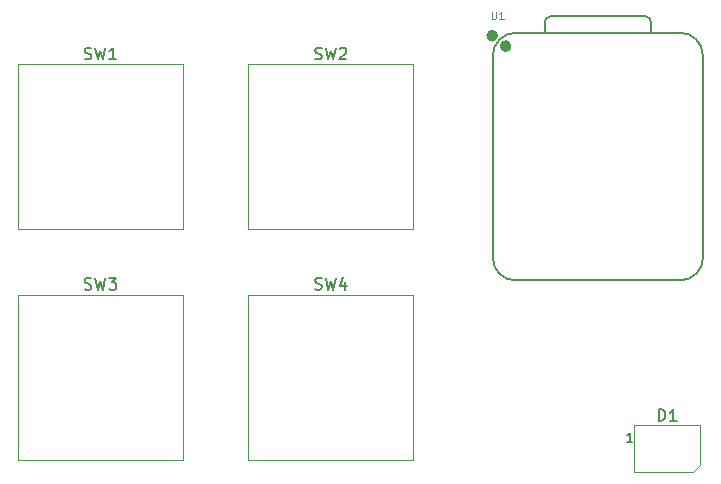
<source format=gbr>
%TF.GenerationSoftware,KiCad,Pcbnew,8.0.8*%
%TF.CreationDate,2025-02-15T15:34:16+01:00*%
%TF.ProjectId,Hacpad,48616370-6164-42e6-9b69-6361645f7063,rev?*%
%TF.SameCoordinates,Original*%
%TF.FileFunction,Legend,Top*%
%TF.FilePolarity,Positive*%
%FSLAX46Y46*%
G04 Gerber Fmt 4.6, Leading zero omitted, Abs format (unit mm)*
G04 Created by KiCad (PCBNEW 8.0.8) date 2025-02-15 15:34:16*
%MOMM*%
%LPD*%
G01*
G04 APERTURE LIST*
%ADD10C,0.150000*%
%ADD11C,0.101600*%
%ADD12C,0.120000*%
%ADD13C,0.127000*%
%ADD14C,0.100000*%
%ADD15C,0.504000*%
G04 APERTURE END LIST*
D10*
X77666667Y-52033200D02*
X77809524Y-52080819D01*
X77809524Y-52080819D02*
X78047619Y-52080819D01*
X78047619Y-52080819D02*
X78142857Y-52033200D01*
X78142857Y-52033200D02*
X78190476Y-51985580D01*
X78190476Y-51985580D02*
X78238095Y-51890342D01*
X78238095Y-51890342D02*
X78238095Y-51795104D01*
X78238095Y-51795104D02*
X78190476Y-51699866D01*
X78190476Y-51699866D02*
X78142857Y-51652247D01*
X78142857Y-51652247D02*
X78047619Y-51604628D01*
X78047619Y-51604628D02*
X77857143Y-51557009D01*
X77857143Y-51557009D02*
X77761905Y-51509390D01*
X77761905Y-51509390D02*
X77714286Y-51461771D01*
X77714286Y-51461771D02*
X77666667Y-51366533D01*
X77666667Y-51366533D02*
X77666667Y-51271295D01*
X77666667Y-51271295D02*
X77714286Y-51176057D01*
X77714286Y-51176057D02*
X77761905Y-51128438D01*
X77761905Y-51128438D02*
X77857143Y-51080819D01*
X77857143Y-51080819D02*
X78095238Y-51080819D01*
X78095238Y-51080819D02*
X78238095Y-51128438D01*
X78571429Y-51080819D02*
X78809524Y-52080819D01*
X78809524Y-52080819D02*
X79000000Y-51366533D01*
X79000000Y-51366533D02*
X79190476Y-52080819D01*
X79190476Y-52080819D02*
X79428572Y-51080819D01*
X79761905Y-51176057D02*
X79809524Y-51128438D01*
X79809524Y-51128438D02*
X79904762Y-51080819D01*
X79904762Y-51080819D02*
X80142857Y-51080819D01*
X80142857Y-51080819D02*
X80238095Y-51128438D01*
X80238095Y-51128438D02*
X80285714Y-51176057D01*
X80285714Y-51176057D02*
X80333333Y-51271295D01*
X80333333Y-51271295D02*
X80333333Y-51366533D01*
X80333333Y-51366533D02*
X80285714Y-51509390D01*
X80285714Y-51509390D02*
X79714286Y-52080819D01*
X79714286Y-52080819D02*
X80333333Y-52080819D01*
X58166667Y-71533200D02*
X58309524Y-71580819D01*
X58309524Y-71580819D02*
X58547619Y-71580819D01*
X58547619Y-71580819D02*
X58642857Y-71533200D01*
X58642857Y-71533200D02*
X58690476Y-71485580D01*
X58690476Y-71485580D02*
X58738095Y-71390342D01*
X58738095Y-71390342D02*
X58738095Y-71295104D01*
X58738095Y-71295104D02*
X58690476Y-71199866D01*
X58690476Y-71199866D02*
X58642857Y-71152247D01*
X58642857Y-71152247D02*
X58547619Y-71104628D01*
X58547619Y-71104628D02*
X58357143Y-71057009D01*
X58357143Y-71057009D02*
X58261905Y-71009390D01*
X58261905Y-71009390D02*
X58214286Y-70961771D01*
X58214286Y-70961771D02*
X58166667Y-70866533D01*
X58166667Y-70866533D02*
X58166667Y-70771295D01*
X58166667Y-70771295D02*
X58214286Y-70676057D01*
X58214286Y-70676057D02*
X58261905Y-70628438D01*
X58261905Y-70628438D02*
X58357143Y-70580819D01*
X58357143Y-70580819D02*
X58595238Y-70580819D01*
X58595238Y-70580819D02*
X58738095Y-70628438D01*
X59071429Y-70580819D02*
X59309524Y-71580819D01*
X59309524Y-71580819D02*
X59500000Y-70866533D01*
X59500000Y-70866533D02*
X59690476Y-71580819D01*
X59690476Y-71580819D02*
X59928572Y-70580819D01*
X60214286Y-70580819D02*
X60833333Y-70580819D01*
X60833333Y-70580819D02*
X60500000Y-70961771D01*
X60500000Y-70961771D02*
X60642857Y-70961771D01*
X60642857Y-70961771D02*
X60738095Y-71009390D01*
X60738095Y-71009390D02*
X60785714Y-71057009D01*
X60785714Y-71057009D02*
X60833333Y-71152247D01*
X60833333Y-71152247D02*
X60833333Y-71390342D01*
X60833333Y-71390342D02*
X60785714Y-71485580D01*
X60785714Y-71485580D02*
X60738095Y-71533200D01*
X60738095Y-71533200D02*
X60642857Y-71580819D01*
X60642857Y-71580819D02*
X60357143Y-71580819D01*
X60357143Y-71580819D02*
X60261905Y-71533200D01*
X60261905Y-71533200D02*
X60214286Y-71485580D01*
X58166667Y-52033200D02*
X58309524Y-52080819D01*
X58309524Y-52080819D02*
X58547619Y-52080819D01*
X58547619Y-52080819D02*
X58642857Y-52033200D01*
X58642857Y-52033200D02*
X58690476Y-51985580D01*
X58690476Y-51985580D02*
X58738095Y-51890342D01*
X58738095Y-51890342D02*
X58738095Y-51795104D01*
X58738095Y-51795104D02*
X58690476Y-51699866D01*
X58690476Y-51699866D02*
X58642857Y-51652247D01*
X58642857Y-51652247D02*
X58547619Y-51604628D01*
X58547619Y-51604628D02*
X58357143Y-51557009D01*
X58357143Y-51557009D02*
X58261905Y-51509390D01*
X58261905Y-51509390D02*
X58214286Y-51461771D01*
X58214286Y-51461771D02*
X58166667Y-51366533D01*
X58166667Y-51366533D02*
X58166667Y-51271295D01*
X58166667Y-51271295D02*
X58214286Y-51176057D01*
X58214286Y-51176057D02*
X58261905Y-51128438D01*
X58261905Y-51128438D02*
X58357143Y-51080819D01*
X58357143Y-51080819D02*
X58595238Y-51080819D01*
X58595238Y-51080819D02*
X58738095Y-51128438D01*
X59071429Y-51080819D02*
X59309524Y-52080819D01*
X59309524Y-52080819D02*
X59500000Y-51366533D01*
X59500000Y-51366533D02*
X59690476Y-52080819D01*
X59690476Y-52080819D02*
X59928572Y-51080819D01*
X60833333Y-52080819D02*
X60261905Y-52080819D01*
X60547619Y-52080819D02*
X60547619Y-51080819D01*
X60547619Y-51080819D02*
X60452381Y-51223676D01*
X60452381Y-51223676D02*
X60357143Y-51318914D01*
X60357143Y-51318914D02*
X60261905Y-51366533D01*
D11*
X92636190Y-48033479D02*
X92636190Y-48547526D01*
X92636190Y-48547526D02*
X92666428Y-48608002D01*
X92666428Y-48608002D02*
X92696666Y-48638241D01*
X92696666Y-48638241D02*
X92757142Y-48668479D01*
X92757142Y-48668479D02*
X92878095Y-48668479D01*
X92878095Y-48668479D02*
X92938571Y-48638241D01*
X92938571Y-48638241D02*
X92968809Y-48608002D01*
X92968809Y-48608002D02*
X92999047Y-48547526D01*
X92999047Y-48547526D02*
X92999047Y-48033479D01*
X93634047Y-48668479D02*
X93271190Y-48668479D01*
X93452618Y-48668479D02*
X93452618Y-48033479D01*
X93452618Y-48033479D02*
X93392142Y-48124193D01*
X93392142Y-48124193D02*
X93331666Y-48184669D01*
X93331666Y-48184669D02*
X93271190Y-48214907D01*
D10*
X77666667Y-71533200D02*
X77809524Y-71580819D01*
X77809524Y-71580819D02*
X78047619Y-71580819D01*
X78047619Y-71580819D02*
X78142857Y-71533200D01*
X78142857Y-71533200D02*
X78190476Y-71485580D01*
X78190476Y-71485580D02*
X78238095Y-71390342D01*
X78238095Y-71390342D02*
X78238095Y-71295104D01*
X78238095Y-71295104D02*
X78190476Y-71199866D01*
X78190476Y-71199866D02*
X78142857Y-71152247D01*
X78142857Y-71152247D02*
X78047619Y-71104628D01*
X78047619Y-71104628D02*
X77857143Y-71057009D01*
X77857143Y-71057009D02*
X77761905Y-71009390D01*
X77761905Y-71009390D02*
X77714286Y-70961771D01*
X77714286Y-70961771D02*
X77666667Y-70866533D01*
X77666667Y-70866533D02*
X77666667Y-70771295D01*
X77666667Y-70771295D02*
X77714286Y-70676057D01*
X77714286Y-70676057D02*
X77761905Y-70628438D01*
X77761905Y-70628438D02*
X77857143Y-70580819D01*
X77857143Y-70580819D02*
X78095238Y-70580819D01*
X78095238Y-70580819D02*
X78238095Y-70628438D01*
X78571429Y-70580819D02*
X78809524Y-71580819D01*
X78809524Y-71580819D02*
X79000000Y-70866533D01*
X79000000Y-70866533D02*
X79190476Y-71580819D01*
X79190476Y-71580819D02*
X79428572Y-70580819D01*
X80238095Y-70914152D02*
X80238095Y-71580819D01*
X80000000Y-70533200D02*
X79761905Y-71247485D01*
X79761905Y-71247485D02*
X80380952Y-71247485D01*
X106761905Y-82704819D02*
X106761905Y-81704819D01*
X106761905Y-81704819D02*
X107000000Y-81704819D01*
X107000000Y-81704819D02*
X107142857Y-81752438D01*
X107142857Y-81752438D02*
X107238095Y-81847676D01*
X107238095Y-81847676D02*
X107285714Y-81942914D01*
X107285714Y-81942914D02*
X107333333Y-82133390D01*
X107333333Y-82133390D02*
X107333333Y-82276247D01*
X107333333Y-82276247D02*
X107285714Y-82466723D01*
X107285714Y-82466723D02*
X107238095Y-82561961D01*
X107238095Y-82561961D02*
X107142857Y-82657200D01*
X107142857Y-82657200D02*
X107000000Y-82704819D01*
X107000000Y-82704819D02*
X106761905Y-82704819D01*
X108285714Y-82704819D02*
X107714286Y-82704819D01*
X108000000Y-82704819D02*
X108000000Y-81704819D01*
X108000000Y-81704819D02*
X107904762Y-81847676D01*
X107904762Y-81847676D02*
X107809524Y-81942914D01*
X107809524Y-81942914D02*
X107714286Y-81990533D01*
X104528571Y-84487295D02*
X104071428Y-84487295D01*
X104300000Y-84487295D02*
X104300000Y-83687295D01*
X104300000Y-83687295D02*
X104223809Y-83801580D01*
X104223809Y-83801580D02*
X104147619Y-83877771D01*
X104147619Y-83877771D02*
X104071428Y-83915866D01*
D12*
%TO.C,SW2*%
X72015000Y-52515000D02*
X85985000Y-52515000D01*
X72015000Y-66485000D02*
X72015000Y-52515000D01*
X85985000Y-52515000D02*
X85985000Y-66485000D01*
X85985000Y-66485000D02*
X72015000Y-66485000D01*
%TO.C,SW3*%
X52515000Y-72015000D02*
X66485000Y-72015000D01*
X52515000Y-85985000D02*
X52515000Y-72015000D01*
X66485000Y-72015000D02*
X66485000Y-85985000D01*
X66485000Y-85985000D02*
X52515000Y-85985000D01*
%TO.C,SW1*%
X52515000Y-52515000D02*
X66485000Y-52515000D01*
X52515000Y-66485000D02*
X52515000Y-52515000D01*
X66485000Y-52515000D02*
X66485000Y-66485000D01*
X66485000Y-66485000D02*
X52515000Y-66485000D01*
D13*
%TO.C,U1*%
X92730000Y-68889000D02*
X92730000Y-51744000D01*
X94635000Y-70794000D02*
X108605000Y-70794000D01*
X97125000Y-49839000D02*
X97128728Y-48928728D01*
X97628728Y-48429000D02*
X105624000Y-48429000D01*
X106124000Y-48929000D02*
X106124000Y-49839000D01*
D14*
X108605000Y-49839000D02*
X94635000Y-49839000D01*
D13*
X108605000Y-49839000D02*
X94635000Y-49839000D01*
X110510000Y-68889000D02*
X110510000Y-51744000D01*
X92730000Y-51744000D02*
G75*
G02*
X94635000Y-49839000I1905001J-1D01*
G01*
X94635000Y-70794000D02*
G75*
G02*
X92730000Y-68889000I1J1905001D01*
G01*
X97128728Y-48928728D02*
G75*
G02*
X97628728Y-48429001I500018J-291D01*
G01*
X105624000Y-48429000D02*
G75*
G02*
X106124000Y-48929000I0J-500000D01*
G01*
X108605000Y-49839000D02*
G75*
G02*
X110510000Y-51744000I0J-1905000D01*
G01*
X110510000Y-68889000D02*
G75*
G02*
X108605000Y-70794000I-1905000J0D01*
G01*
D15*
X92922000Y-50080000D02*
G75*
G02*
X92418000Y-50080000I-252000J0D01*
G01*
X92418000Y-50080000D02*
G75*
G02*
X92922000Y-50080000I252000J0D01*
G01*
X94065000Y-50960000D02*
G75*
G02*
X93561000Y-50960000I-252000J0D01*
G01*
X93561000Y-50960000D02*
G75*
G02*
X94065000Y-50960000I252000J0D01*
G01*
D12*
%TO.C,SW4*%
X72015000Y-72015000D02*
X85985000Y-72015000D01*
X72015000Y-85985000D02*
X72015000Y-72015000D01*
X85985000Y-72015000D02*
X85985000Y-85985000D01*
X85985000Y-85985000D02*
X72015000Y-85985000D01*
%TO.C,D1*%
X104700000Y-83000000D02*
X104700000Y-87000000D01*
X104700000Y-83000000D02*
X110300000Y-83000000D01*
X104700000Y-87000000D02*
X109700000Y-87000000D01*
X110300000Y-86400000D02*
X109700000Y-87000000D01*
X110300000Y-86400000D02*
X110300000Y-83000000D01*
%TD*%
M02*

</source>
